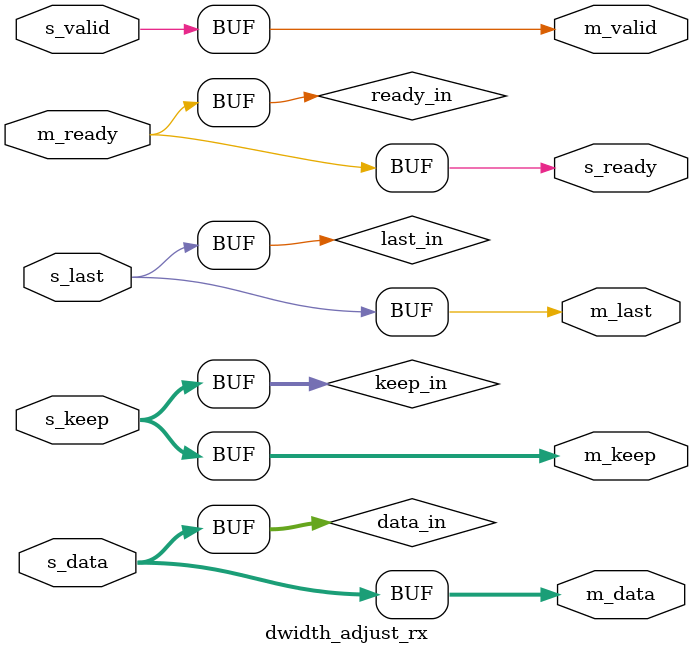
<source format=v>
module dwidth_adjust_tx #
(
	parameter DWIDTH = 512,
	parameter EN_DATA = 1,
	parameter EN_KEEP = 1,
	parameter EN_LAST = 1,
	parameter EN_READY = 1
)
(
	input wire			s_valid,
	output wire			s_ready,
	input wire [511:0]		s_data,
	input wire [63:0]		s_keep,
	input wire			s_last,
	output wire			m_valid,
	input wire			m_ready,
	output wire [DWIDTH-1:0]	m_data,
	output wire [DWIDTH/8-1:0]	m_keep,
	output wire			m_last
);
	wire [DWIDTH-1:0]	data_in;
	wire [DWIDTH/8-1:0]	keep_in;
	wire			last_in;
	wire			ready_in;

	assign m_valid = s_valid;
	assign s_ready = ready_in;
	assign m_data = data_in;
	assign m_keep = keep_in;
	assign m_last = last_in;

	assign data_in = EN_DATA ? s_data[511:512-DWIDTH] : {DWIDTH{1'b0}};
	assign keep_in = EN_KEEP ? s_keep[63:64-DWIDTH/8] : {{DWIDTH/8}{1'b0}};
	assign last_in = EN_LAST ? s_last : 1'b0;
	assign ready_in = EN_READY ? m_ready : 1'b1;
endmodule

module dwidth_adjust_rx #
(       
	parameter DWIDTH = 512,
	parameter EN_DATA = 1,
	parameter EN_KEEP = 1,
	parameter EN_LAST = 1,
	parameter EN_READY = 1

)
(       
	input wire			s_valid,
	output wire			s_ready,
	input wire [DWIDTH-1:0]		s_data,
	input wire [DWIDTH/8-1:0]	s_keep,
	input wire			s_last,
	output wire			m_valid,
	input wire			m_ready,
	output wire [511:0]		m_data,
	output wire [63:0]		m_keep,
	output wire			m_last
);
	wire [DWIDTH-1:0]	data_in;
	wire [DWIDTH/8-1:0]	keep_in;
	wire			last_in;
	wire			ready_in;

	assign m_valid = s_valid;
	assign s_ready = ready_in;
	assign m_data = data_in;
	assign m_keep = keep_in;
	assign m_last = last_in;

	assign data_in = EN_DATA ? {s_data,{{512-DWIDTH}{1'b0}}} : 512'd0;
	assign keep_in = EN_KEEP ? {s_keep,{{64-DWIDTH/8}{1'b0}}} : {{{DWIDTH/8}{1'b1}},{{64-DWIDTH/8}{1'b0}}};
	assign last_in = EN_LAST ? s_last : 1'b0;
	assign ready_in = EN_READY ? m_ready : 1'b1;
endmodule

</source>
